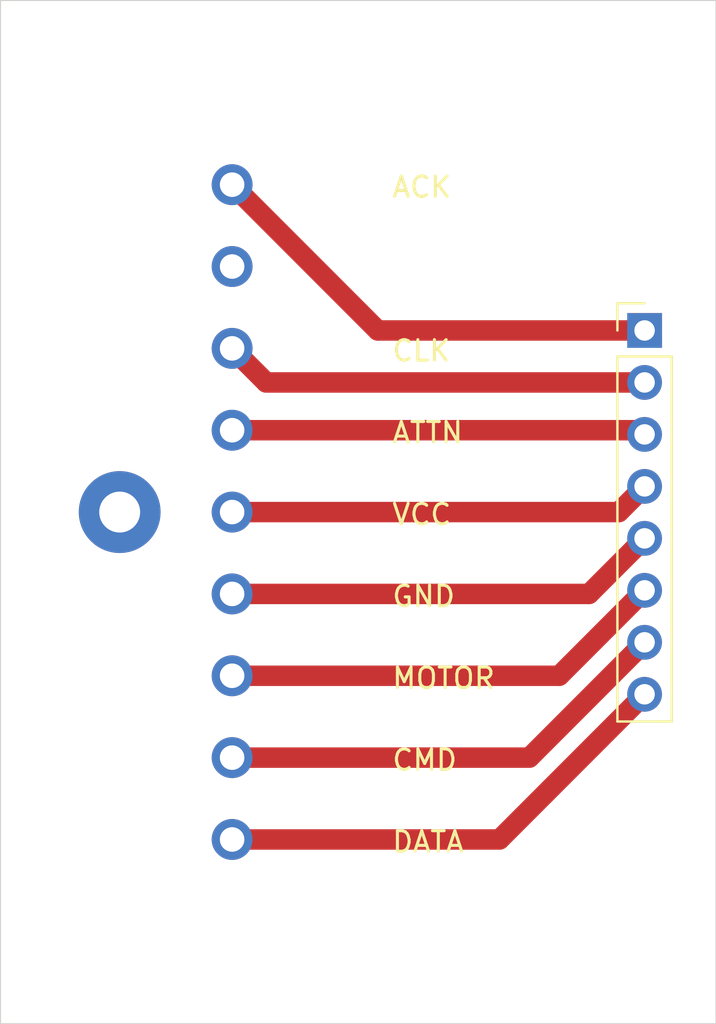
<source format=kicad_pcb>
(kicad_pcb (version 20240108) (generator "pcbnew") (generator_version "8.0")
  (layers (0 "F.Cu" mixed) (31 "B.Cu" mixed) (34 "B.Paste" user) (35 "F.Paste" user) (36 "B.SilkS" user "B.Silkscreen") (37 "F.SilkS" user "F.Silkscreen") (38 "B.Mask" user) (39 "F.Mask" user) (44 "Edge.Cuts" user))
  (net 0 "")
  (footprint "Footprints_cez:Playstation 2 controller 180" (layer "F.Cu") (at 160.02 82.804)
    (property "Reference" "REF**" (hide yes))
    (property "Value" "Playstation 2 controller 180" (hide yes))
    (fp_text user "MOTOR" (at 2.556 12.0205 0) (layer "F.SilkS") (effects (justify left bottom)))
    (fp_text user "CLK" (at 2.556 -3.9795 0) (layer "F.SilkS") (effects (justify left bottom)))
    (fp_text user "DATA" (at 2.556 20.0205 0) (layer "F.SilkS") (effects (justify left bottom)))
    (fp_text user "ATTN" (at 2.556 0.0205 0) (layer "F.SilkS") (effects (justify left bottom)))
    (fp_text user "GND" (at 2.556 8.0205 0) (layer "F.SilkS") (effects (justify left bottom)))
    (fp_text user "VCC" (at 2.556 4.0205 0) (layer "F.SilkS") (effects (justify left bottom)))
    (fp_text user "CMD" (at 2.556 16.0205 0) (layer "F.SilkS") (effects (justify left bottom)))
    (fp_text user "ACK" (at 2.556 -11.9795 0) (layer "F.SilkS") (effects (justify left bottom)))
    (pad "" thru_hole circle (at -10.694 3.317 180) (size 4 4) (drill 2) (layers "*.Cu" "*.Mask"))
    (pad "1" thru_hole circle (at -5.194 19.317) (size 2 2) (drill 1.2) (layers "*.Cu" "*.Mask"))
    (pad "2" thru_hole circle (at -5.194 15.317) (size 2 2) (drill 1.2) (layers "*.Cu" "*.Mask"))
    (pad "3" thru_hole circle (at -5.194 11.317) (size 2 2) (drill 1.2) (layers "*.Cu" "*.Mask"))
    (pad "4" thru_hole circle (at -5.194 7.317) (size 2 2) (drill 1.2) (layers "*.Cu" "*.Mask"))
    (pad "5" thru_hole circle (at -5.194 3.317) (size 2 2) (drill 1.2) (layers "*.Cu" "*.Mask"))
    (pad "6" thru_hole circle (at -5.194 -0.683) (size 2 2) (drill 1.2) (layers "*.Cu" "*.Mask"))
    (pad "7" thru_hole circle (at -5.194 -4.683) (size 2 2) (drill 1.2) (layers "*.Cu" "*.Mask"))
    (pad "8" thru_hole circle (at -5.194 -8.683) (size 2 2) (drill 1.2) (layers "*.Cu" "*.Mask"))
    (pad "9" thru_hole circle (at -5.194 -12.683) (size 2 2) (drill 1.2) (layers "*.Cu" "*.Mask"))
  )
  (footprint "Connector_PinHeader_2.54mm:PinHeader_1x08_P2.54mm_Vertical" (layer "F.Cu") (at 175.004 77.246)
    (property "Reference" "REF**" (hide yes))
    (property "Value" "PinHeader_1x08_P2.54mm_Vertical" (hide yes))
    (fp_line (start -1.33 -1.33) (end 0 -1.33) (stroke (width 0.12)) (layer "F.SilkS"))
    (fp_line (start -1.33 0) (end -1.33 -1.33) (stroke (width 0.12)) (layer "F.SilkS"))
    (fp_line (start -1.33 1.27) (end -1.33 19.11) (stroke (width 0.12)) (layer "F.SilkS"))
    (fp_line (start -1.33 1.27) (end 1.33 1.27) (stroke (width 0.12)) (layer "F.SilkS"))
    (fp_line (start -1.33 19.11) (end 1.33 19.11) (stroke (width 0.12)) (layer "F.SilkS"))
    (fp_line (start 1.33 1.27) (end 1.33 19.11) (stroke (width 0.12)) (layer "F.SilkS"))
    (pad "1" thru_hole rect (at 0 0) (size 1.7 1.7) (drill 1) (layers "*.Cu" "*.Mask"))
    (pad "2" thru_hole oval (at 0 2.54) (size 1.7 1.7) (drill 1) (layers "*.Cu" "*.Mask"))
    (pad "3" thru_hole oval (at 0 5.08) (size 1.7 1.7) (drill 1) (layers "*.Cu" "*.Mask"))
    (pad "4" thru_hole oval (at 0 7.62) (size 1.7 1.7) (drill 1) (layers "*.Cu" "*.Mask"))
    (pad "5" thru_hole oval (at 0 10.16) (size 1.7 1.7) (drill 1) (layers "*.Cu" "*.Mask"))
    (pad "6" thru_hole oval (at 0 12.7) (size 1.7 1.7) (drill 1) (layers "*.Cu" "*.Mask"))
    (pad "7" thru_hole oval (at 0 15.24) (size 1.7 1.7) (drill 1) (layers "*.Cu" "*.Mask"))
    (pad "8" thru_hole oval (at 0 17.78) (size 1.7 1.7) (drill 1) (layers "*.Cu" "*.Mask"))
  )
  (gr_rect (start 143.496 61.121) (end 178.496 111.121) (stroke (width 0.05)) (fill none) (layer "Edge.Cuts"))
  (segment (start 170.829 94.121) (end 175.004 89.946) (width 1) (layer "F.Cu") (net 0))
  (segment (start 174.799 82.121) (end 175.004 82.326) (width 1) (layer "F.Cu") (net 0))
  (segment (start 169.369 98.121) (end 175.004 92.486) (width 1) (layer "F.Cu") (net 0))
  (segment (start 156.491 79.786) (end 175.004 79.786) (width 1) (layer "F.Cu") (net 0))
  (segment (start 154.826 98.121) (end 169.369 98.121) (width 1) (layer "F.Cu") (net 0))
  (segment (start 154.826 78.121) (end 156.491 79.786) (width 1) (layer "F.Cu") (net 0))
  (segment (start 173.749 86.121) (end 175.004 84.866) (width 1) (layer "F.Cu") (net 0))
  (segment (start 154.826 94.121) (end 170.829 94.121) (width 1) (layer "F.Cu") (net 0))
  (segment (start 154.826 86.121) (end 173.749 86.121) (width 1) (layer "F.Cu") (net 0))
  (segment (start 172.289 90.121) (end 175.004 87.406) (width 1) (layer "F.Cu") (net 0))
  (segment (start 154.826 90.121) (end 172.289 90.121) (width 1) (layer "F.Cu") (net 0))
  (segment (start 161.951 77.246) (end 175.004 77.246) (width 1) (layer "F.Cu") (net 0))
  (segment (start 154.826 102.121) (end 167.909 102.121) (width 1) (layer "F.Cu") (net 0))
  (segment (start 154.826 70.121) (end 161.951 77.246) (width 1) (layer "F.Cu") (net 0))
  (segment (start 167.909 102.121) (end 175.004 95.026) (width 1) (layer "F.Cu") (net 0))
  (segment (start 154.826 82.121) (end 174.799 82.121) (width 1) (layer "F.Cu") (net 0))
)
</source>
